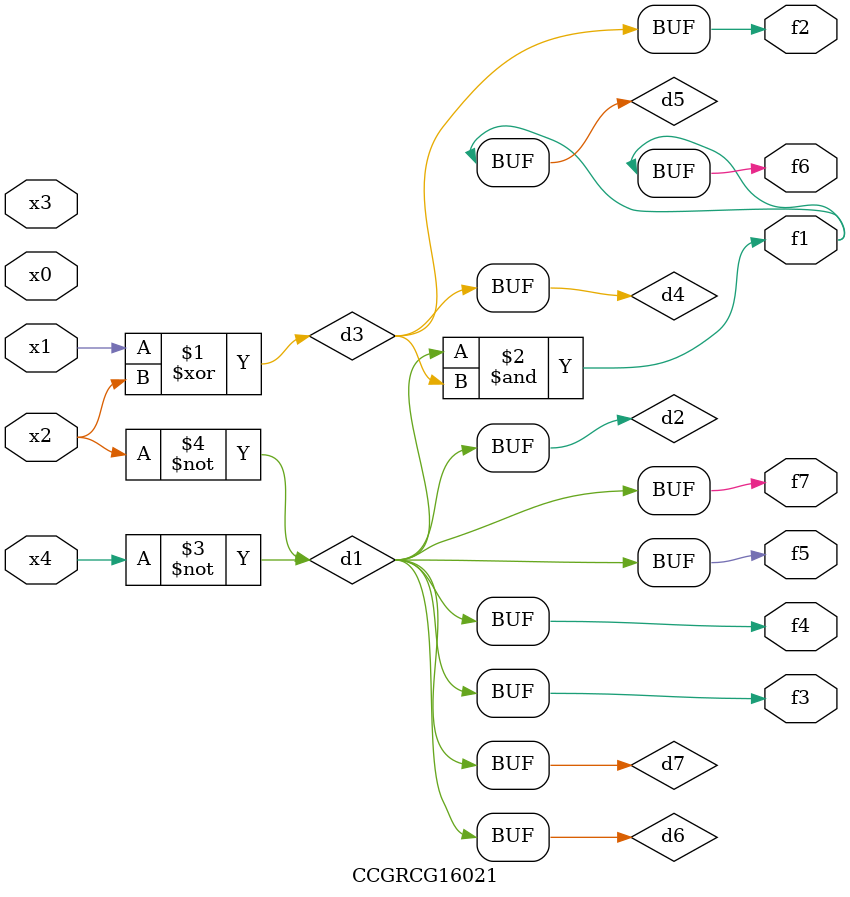
<source format=v>
module CCGRCG16021(
	input x0, x1, x2, x3, x4,
	output f1, f2, f3, f4, f5, f6, f7
);

	wire d1, d2, d3, d4, d5, d6, d7;

	not (d1, x4);
	not (d2, x2);
	xor (d3, x1, x2);
	buf (d4, d3);
	and (d5, d1, d3);
	buf (d6, d1, d2);
	buf (d7, d2);
	assign f1 = d5;
	assign f2 = d4;
	assign f3 = d7;
	assign f4 = d7;
	assign f5 = d7;
	assign f6 = d5;
	assign f7 = d7;
endmodule

</source>
